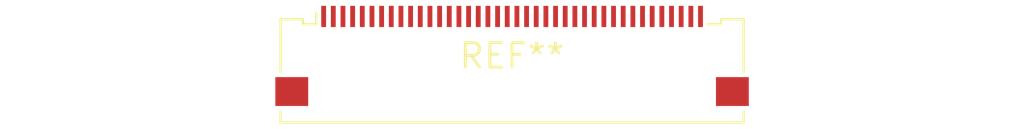
<source format=kicad_pcb>
(kicad_pcb (version 20240108) (generator pcbnew)
  (layers (0 "F.Cu" signal) (31 "B.Cu" signal) (34 "B.Paste" user) (35 "F.Paste" user) (36 "B.SilkS" user "B.Silkscreen") (37 "F.SilkS" user "F.Silkscreen") (38 "B.Mask" user) (39 "F.Mask" user) (44 "Edge.Cuts" user))
  (net 0 "")
  (footprint "Omron_XF2M-4015-1A_1x40-1MP_P0.5mm_Horizontal" (layer "F.Cu") (at 0 0)
    (property "Reference" "REF**")
    (property "Value" "Omron_XF2M-4015-1A_1x40-1MP_P0.5mm_Horizontal")
    (fp_line (start -11.98 -1.905) (end -11.98 0.84) (layer "F.SilkS") (stroke (width 0.12)))
    (fp_line (start -11.98 2.86) (end -11.98 3.455) (layer "F.SilkS") (stroke (width 0.12)))
    (fp_line (start -11.98 3.455) (end 11.98 3.455) (layer "F.SilkS") (stroke (width 0.12)))
    (fp_line (start -10.82 -1.905) (end -11.98 -1.905) (layer "F.SilkS") (stroke (width 0.12)))
    (fp_line (start -10.82 -1.645) (end -10.82 -1.905) (layer "F.SilkS") (stroke (width 0.12)))
    (fp_line (start -10.135 -1.645) (end -10.82 -1.645) (layer "F.SilkS") (stroke (width 0.12)))
    (fp_line (start -10.135 -1.645) (end -10.135 -2.25) (layer "F.SilkS") (stroke (width 0.12)))
    (fp_line (start 10.82 -1.905) (end 10.82 -1.645) (layer "F.SilkS") (stroke (width 0.12)))
    (fp_line (start 10.82 -1.645) (end 10.135 -1.645) (layer "F.SilkS") (stroke (width 0.12)))
    (fp_line (start 11.98 -1.905) (end 10.82 -1.905) (layer "F.SilkS") (stroke (width 0.12)))
    (fp_line (start 11.98 0.84) (end 11.98 -1.905) (layer "F.SilkS") (stroke (width 0.12)))
    (fp_line (start 11.98 3.455) (end 11.98 2.86) (layer "F.SilkS") (stroke (width 0.12)))
    (pad "1" smd rect (at -9.75 -2.05) (size 0.25 1.1) (layers "F.Cu" "F.Paste" "F.Mask"))
    (pad "2" smd rect (at -9.25 -2.05) (size 0.25 1.1) (layers "F.Cu" "F.Paste" "F.Mask"))
    (pad "3" smd rect (at -8.75 -2.05) (size 0.25 1.1) (layers "F.Cu" "F.Paste" "F.Mask"))
    (pad "4" smd rect (at -8.25 -2.05) (size 0.25 1.1) (layers "F.Cu" "F.Paste" "F.Mask"))
    (pad "5" smd rect (at -7.75 -2.05) (size 0.25 1.1) (layers "F.Cu" "F.Paste" "F.Mask"))
    (pad "6" smd rect (at -7.25 -2.05) (size 0.25 1.1) (layers "F.Cu" "F.Paste" "F.Mask"))
    (pad "7" smd rect (at -6.75 -2.05) (size 0.25 1.1) (layers "F.Cu" "F.Paste" "F.Mask"))
    (pad "8" smd rect (at -6.25 -2.05) (size 0.25 1.1) (layers "F.Cu" "F.Paste" "F.Mask"))
    (pad "9" smd rect (at -5.75 -2.05) (size 0.25 1.1) (layers "F.Cu" "F.Paste" "F.Mask"))
    (pad "10" smd rect (at -5.25 -2.05) (size 0.25 1.1) (layers "F.Cu" "F.Paste" "F.Mask"))
    (pad "11" smd rect (at -4.75 -2.05) (size 0.25 1.1) (layers "F.Cu" "F.Paste" "F.Mask"))
    (pad "12" smd rect (at -4.25 -2.05) (size 0.25 1.1) (layers "F.Cu" "F.Paste" "F.Mask"))
    (pad "13" smd rect (at -3.75 -2.05) (size 0.25 1.1) (layers "F.Cu" "F.Paste" "F.Mask"))
    (pad "14" smd rect (at -3.25 -2.05) (size 0.25 1.1) (layers "F.Cu" "F.Paste" "F.Mask"))
    (pad "15" smd rect (at -2.75 -2.05) (size 0.25 1.1) (layers "F.Cu" "F.Paste" "F.Mask"))
    (pad "16" smd rect (at -2.25 -2.05) (size 0.25 1.1) (layers "F.Cu" "F.Paste" "F.Mask"))
    (pad "17" smd rect (at -1.75 -2.05) (size 0.25 1.1) (layers "F.Cu" "F.Paste" "F.Mask"))
    (pad "18" smd rect (at -1.25 -2.05) (size 0.25 1.1) (layers "F.Cu" "F.Paste" "F.Mask"))
    (pad "19" smd rect (at -0.75 -2.05) (size 0.25 1.1) (layers "F.Cu" "F.Paste" "F.Mask"))
    (pad "20" smd rect (at -0.25 -2.05) (size 0.25 1.1) (layers "F.Cu" "F.Paste" "F.Mask"))
    (pad "21" smd rect (at 0.25 -2.05) (size 0.25 1.1) (layers "F.Cu" "F.Paste" "F.Mask"))
    (pad "22" smd rect (at 0.75 -2.05) (size 0.25 1.1) (layers "F.Cu" "F.Paste" "F.Mask"))
    (pad "23" smd rect (at 1.25 -2.05) (size 0.25 1.1) (layers "F.Cu" "F.Paste" "F.Mask"))
    (pad "24" smd rect (at 1.75 -2.05) (size 0.25 1.1) (layers "F.Cu" "F.Paste" "F.Mask"))
    (pad "25" smd rect (at 2.25 -2.05) (size 0.25 1.1) (layers "F.Cu" "F.Paste" "F.Mask"))
    (pad "26" smd rect (at 2.75 -2.05) (size 0.25 1.1) (layers "F.Cu" "F.Paste" "F.Mask"))
    (pad "27" smd rect (at 3.25 -2.05) (size 0.25 1.1) (layers "F.Cu" "F.Paste" "F.Mask"))
    (pad "28" smd rect (at 3.75 -2.05) (size 0.25 1.1) (layers "F.Cu" "F.Paste" "F.Mask"))
    (pad "29" smd rect (at 4.25 -2.05) (size 0.25 1.1) (layers "F.Cu" "F.Paste" "F.Mask"))
    (pad "30" smd rect (at 4.75 -2.05) (size 0.25 1.1) (layers "F.Cu" "F.Paste" "F.Mask"))
    (pad "31" smd rect (at 5.25 -2.05) (size 0.25 1.1) (layers "F.Cu" "F.Paste" "F.Mask"))
    (pad "32" smd rect (at 5.75 -2.05) (size 0.25 1.1) (layers "F.Cu" "F.Paste" "F.Mask"))
    (pad "33" smd rect (at 6.25 -2.05) (size 0.25 1.1) (layers "F.Cu" "F.Paste" "F.Mask"))
    (pad "34" smd rect (at 6.75 -2.05) (size 0.25 1.1) (layers "F.Cu" "F.Paste" "F.Mask"))
    (pad "35" smd rect (at 7.25 -2.05) (size 0.25 1.1) (layers "F.Cu" "F.Paste" "F.Mask"))
    (pad "36" smd rect (at 7.75 -2.05) (size 0.25 1.1) (layers "F.Cu" "F.Paste" "F.Mask"))
    (pad "37" smd rect (at 8.25 -2.05) (size 0.25 1.1) (layers "F.Cu" "F.Paste" "F.Mask"))
    (pad "38" smd rect (at 8.75 -2.05) (size 0.25 1.1) (layers "F.Cu" "F.Paste" "F.Mask"))
    (pad "39" smd rect (at 9.25 -2.05) (size 0.25 1.1) (layers "F.Cu" "F.Paste" "F.Mask"))
    (pad "40" smd rect (at 9.75 -2.05) (size 0.25 1.1) (layers "F.Cu" "F.Paste" "F.Mask"))
    (pad "MP" smd rect (at -11.4 1.85) (size 1.7 1.5) (layers "F.Cu" "F.Paste" "F.Mask"))
    (pad "MP" smd rect (at 11.4 1.85) (size 1.7 1.5) (layers "F.Cu" "F.Paste" "F.Mask"))
  )
)
</source>
